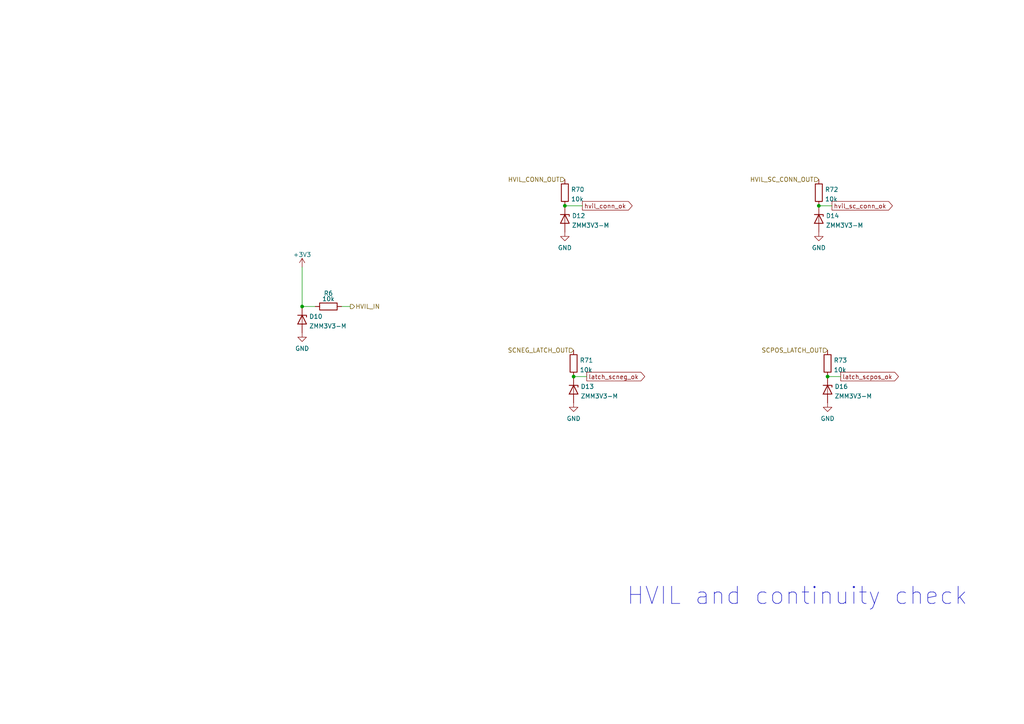
<source format=kicad_sch>
(kicad_sch (version 20230121) (generator eeschema)
  (paper "A4")
  (title_block (title "Tesla Model 3 Battery Controller") (date "2022-03-23") (rev "v0.3") (company "Wim Boone"))
  (lib_symbols
    (symbol "Device:D_Zener" (pin_numbers hide) (pin_names (offset 1.016) hide)
      (property "Reference" "D" (at 0 2.54 0))
      (property "Value" "D_Zener" (at 0 -2.54 0))
      (symbol "D_Zener_0_1"
        (polyline (pts (xy 1.27 0) (xy -1.27 0)))
        (polyline (pts (xy -1.27 -1.27) (xy -1.27 1.27) (xy -0.762 1.27)) (stroke (width 0.254)))
        (polyline (pts (xy 1.27 -1.27) (xy 1.27 1.27) (xy -1.27 0) (xy 1.27 -1.27)) (stroke (width 0.254)))
      )
      (symbol "D_Zener_1_1"
        (pin passive line (at -3.81 0 0) (length 2.54) (name "K") (number "1"))
        (pin passive line (at 3.81 0 180) (length 2.54) (name "A") (number "2"))
      )
    )
    (symbol "Device:R" (pin_numbers hide) (pin_names (offset 0))
      (property "Reference" "R" (at 2.032 0 90))
      (property "Value" "R" (at 0 0 90))
      (symbol "R_0_1"
        (rectangle (start -1.016 -2.54) (end 1.016 2.54) (stroke (width 0.254)))
      )
      (symbol "R_1_1"
        (pin passive line (at 0 3.81 270) (length 1.27) (name "~") (number "1"))
        (pin passive line (at 0 -3.81 90) (length 1.27) (name "~") (number "2"))
      )
    )
    (symbol "power:+3.3V" (power) (pin_names (offset 0))
      (property "Value" "+3.3V" (at 0 3.556 0))
      (symbol "+3.3V_0_1"
        (polyline (pts (xy -0.762 1.27) (xy 0 2.54)))
        (polyline (pts (xy 0 0) (xy 0 2.54)))
        (polyline (pts (xy 0 2.54) (xy 0.762 1.27)))
      )
      (symbol "+3.3V_1_1"
        (pin power_in line (at 0 0 90) (length 0) hide (name "+3V3") (number "1"))
      )
    )
    (symbol "power:GND" (power) (pin_names (offset 0))
      (property "Value" "GND" (at 0 -3.81 0))
      (symbol "GND_0_1"
        (polyline (pts (xy 0 0) (xy 0 -1.27) (xy 1.27 -1.27) (xy 0 -2.54) (xy -1.27 -1.27) (xy 0 -1.27)))
      )
      (symbol "GND_1_1"
        (pin power_in line (at 0 0 270) (length 0) hide (name "GND") (number "1"))
      )
    )
  )
  (junction (at 166.37 109.22))
  (junction (at 87.63 88.9))
  (junction (at 237.49 59.69))
  (junction (at 163.83 59.69))
  (junction (at 240.03 109.22))
  (wire (pts (xy 99.06 88.9) (xy 101.6 88.9)))
  (wire (pts (xy 163.83 59.69) (xy 168.91 59.69)))
  (wire (pts (xy 166.37 109.22) (xy 170.18 109.22)))
  (wire (pts (xy 87.63 88.9) (xy 91.44 88.9)))
  (wire (pts (xy 237.49 59.69) (xy 241.3 59.69)))
  (wire (pts (xy 87.63 77.47) (xy 87.63 88.9)))
  (wire (pts (xy 240.03 109.22) (xy 243.84 109.22)))
  (text "HVIL and continuity check" (at 181.61 175.895 0) (effects (font (size 5 5)) (justify left bottom)))
  (global_label "latch_scpos_ok" (shape output) (at 243.84 109.22 0) (property "Intersheetrefs" "${INTERSHEET_REFS}" (effects hide)))
  (global_label "hvil_conn_ok" (shape output) (at 168.91 59.69 0) (property "Intersheetrefs" "${INTERSHEET_REFS}" (effects hide)))
  (global_label "latch_scneg_ok" (shape output) (at 170.18 109.22 0) (property "Intersheetrefs" "${INTERSHEET_REFS}" (effects hide)))
  (global_label "hvil_sc_conn_ok" (shape output) (at 241.3 59.69 0) (property "Intersheetrefs" "${INTERSHEET_REFS}" (effects hide)))
  (hierarchical_label "SCNEG_LATCH_OUT" (shape input) (at 166.37 101.6 180))
  (hierarchical_label "HVIL_CONN_OUT" (shape input) (at 163.83 52.07 180))
  (hierarchical_label "HVIL_SC_CONN_OUT" (shape input) (at 237.49 52.07 180))
  (hierarchical_label "HVIL_IN" (shape output) (at 101.6 88.9 0))
  (hierarchical_label "SCPOS_LATCH_OUT" (shape input) (at 240.03 101.6 180))
  (symbol (lib_id "Device:D_Zener") (at 87.63 92.71 270) (unit 1)
    (property "Reference" "D10" (at 89.662 91.8015 90) (effects (justify left)))
    (property "Value" "ZMM3V3-M" (at 89.662 94.5766 90) (effects (justify left)))
    (property "Footprint" "Diode_SMD:D_MiniMELF" (effects hide))
    (property "Datasheet" "https://datasheet.lcsc.com/lcsc/1811142211_ST-Semtech-ZMM3V3-M_C8056.pdf" (effects hide))
    (property "LCSC Part" "C8056" (effects hide))
    (property "Description" "Single 3.1V~3.5V 500mW 3.3V LL-34  Zener Diodes ROHS" (effects hide))
  )
  (symbol (lib_id "power:GND") (at 240.03 116.84 0) (unit 1)
    (property "Reference" "#PWR0246" (effects hide))
    (property "Value" "GND" (at 240.03 121.4024 0))
  )
  (symbol (lib_id "power:GND") (at 237.49 67.31 0) (unit 1)
    (property "Reference" "#PWR0247" (effects hide))
    (property "Value" "GND" (at 237.49 71.8724 0))
  )
  (symbol (lib_id "Device:D_Zener") (at 163.83 63.5 270) (unit 1)
    (property "Reference" "D12" (at 165.862 62.5915 90) (effects (justify left)))
    (property "Value" "ZMM3V3-M" (at 165.862 65.3666 90) (effects (justify left)))
    (property "Footprint" "Diode_SMD:D_MiniMELF" (effects hide))
    (property "Datasheet" "https://datasheet.lcsc.com/lcsc/1811142211_ST-Semtech-ZMM3V3-M_C8056.pdf" (effects hide))
    (property "LCSC Part" "C8056" (effects hide))
    (property "Description" "Single 3.1V~3.5V 500mW 3.3V LL-34  Zener Diodes ROHS" (effects hide))
  )
  (symbol (lib_id "Device:D_Zener") (at 166.37 113.03 270) (unit 1)
    (property "Reference" "D13" (at 168.402 112.1215 90) (effects (justify left)))
    (property "Value" "ZMM3V3-M" (at 168.402 114.8966 90) (effects (justify left)))
    (property "Footprint" "Diode_SMD:D_MiniMELF" (effects hide))
    (property "Datasheet" "https://datasheet.lcsc.com/lcsc/1811142211_ST-Semtech-ZMM3V3-M_C8056.pdf" (effects hide))
    (property "LCSC Part" "C8056" (effects hide))
    (property "Description" "Single 3.1V~3.5V 500mW 3.3V LL-34  Zener Diodes ROHS" (effects hide))
  )
  (symbol (lib_id "Device:R") (at 95.25 88.9 90) (unit 1)
    (property "Reference" "R6" (at 95.25 85.09 90))
    (property "Value" "10k" (at 95.25 86.6926 90))
    (property "Footprint" "Resistor_SMD:R_0603_1608Metric" (effects hide))
    (property "LCSC Part" "C25804" (effects hide))
    (property "Description" "100mW Thick Film Resistors ±100ppm/℃ ±1% 10kΩ 0603  Chip Resistor - Surface Mount ROHS" (effects hide))
  )
  (symbol (lib_id "Device:D_Zener") (at 237.49 63.5 270) (unit 1)
    (property "Reference" "D14" (at 239.522 62.5915 90) (effects (justify left)))
    (property "Value" "ZMM3V3-M" (at 239.522 65.3666 90) (effects (justify left)))
    (property "Footprint" "Diode_SMD:D_MiniMELF" (effects hide))
    (property "Datasheet" "https://datasheet.lcsc.com/lcsc/1811142211_ST-Semtech-ZMM3V3-M_C8056.pdf" (effects hide))
    (property "LCSC Part" "C8056" (effects hide))
    (property "Description" "Single 3.1V~3.5V 500mW 3.3V LL-34  Zener Diodes ROHS" (effects hide))
  )
  (symbol (lib_id "power:GND") (at 166.37 116.84 0) (unit 1)
    (property "Reference" "#PWR0245" (effects hide))
    (property "Value" "GND" (at 166.37 121.4024 0))
  )
  (symbol (lib_id "Device:R") (at 240.03 105.41 0) (unit 1)
    (property "Reference" "R73" (at 241.808 104.5015 0) (effects (justify left)))
    (property "Value" "10k" (at 241.808 107.2766 0) (effects (justify left)))
    (property "Footprint" "Resistor_SMD:R_0603_1608Metric" (effects hide))
    (property "LCSC Part" "C25804" (effects hide))
    (property "Description" "100mW Thick Film Resistors ±100ppm/℃ ±1% 10kΩ 0603  Chip Resistor - Surface Mount ROHS" (effects hide))
  )
  (symbol (lib_id "Device:D_Zener") (at 240.03 113.03 270) (unit 1)
    (property "Reference" "D16" (at 242.062 112.1215 90) (effects (justify left)))
    (property "Value" "ZMM3V3-M" (at 242.062 114.8966 90) (effects (justify left)))
    (property "Footprint" "Diode_SMD:D_MiniMELF" (effects hide))
    (property "Datasheet" "https://datasheet.lcsc.com/lcsc/1811142211_ST-Semtech-ZMM3V3-M_C8056.pdf" (effects hide))
    (property "LCSC Part" "C8056" (effects hide))
    (property "Description" "Single 3.1V~3.5V 500mW 3.3V LL-34  Zener Diodes ROHS" (effects hide))
  )
  (symbol (lib_id "power:GND") (at 87.63 96.52 0) (unit 1)
    (property "Reference" "#PWR0114" (effects hide))
    (property "Value" "GND" (at 87.63 101.0824 0))
  )
  (symbol (lib_id "power:+3.3V") (at 87.63 77.47 0) (unit 1)
    (property "Reference" "#PWR0113" (effects hide))
    (property "Value" "+3.3V" (at 87.63 73.8655 0))
  )
  (symbol (lib_id "Device:R") (at 166.37 105.41 0) (unit 1)
    (property "Reference" "R71" (at 168.148 104.5015 0) (effects (justify left)))
    (property "Value" "10k" (at 168.148 107.2766 0) (effects (justify left)))
    (property "Footprint" "Resistor_SMD:R_0603_1608Metric" (effects hide))
    (property "LCSC Part" "C25804" (effects hide))
    (property "Description" "100mW Thick Film Resistors ±100ppm/℃ ±1% 10kΩ 0603  Chip Resistor - Surface Mount ROHS" (effects hide))
  )
  (symbol (lib_id "Device:R") (at 237.49 55.88 0) (unit 1)
    (property "Reference" "R72" (at 239.268 54.9715 0) (effects (justify left)))
    (property "Value" "10k" (at 239.268 57.7466 0) (effects (justify left)))
    (property "Footprint" "Resistor_SMD:R_0603_1608Metric" (effects hide))
    (property "LCSC Part" "C25804" (effects hide))
    (property "Description" "100mW Thick Film Resistors ±100ppm/℃ ±1% 10kΩ 0603  Chip Resistor - Surface Mount ROHS" (effects hide))
  )
  (symbol (lib_id "Device:R") (at 163.83 55.88 0) (unit 1)
    (property "Reference" "R70" (at 165.608 54.9715 0) (effects (justify left)))
    (property "Value" "10k" (at 165.608 57.7466 0) (effects (justify left)))
    (property "Footprint" "Resistor_SMD:R_0603_1608Metric" (effects hide))
    (property "LCSC Part" "C25804" (effects hide))
    (property "Description" "100mW Thick Film Resistors ±100ppm/℃ ±1% 10kΩ 0603  Chip Resistor - Surface Mount ROHS" (effects hide))
  )
  (symbol (lib_id "power:GND") (at 163.83 67.31 0) (unit 1)
    (property "Reference" "#PWR0244" (effects hide))
    (property "Value" "GND" (at 163.83 71.8724 0))
  )
)
</source>
